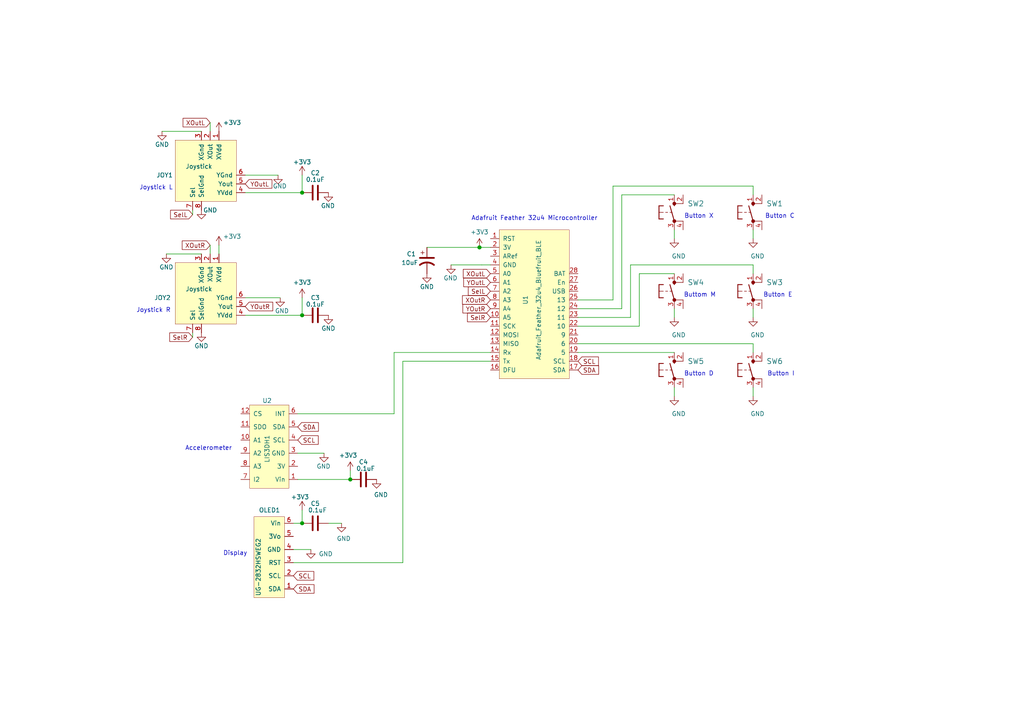
<source format=kicad_sch>
(kicad_sch (version 20200828) (generator eeschema)
  (page 1 1)
  (paper "A4")
  (title_block (title "Stardew Valley Game Controller") (date "2020-12-18") (rev "v1") (company "Pranavi Boyalakuntla") (comment 2 "to play the Stardew Valley game.") (comment 3 "HID board to make using your computer more tactile and interactive. Specifically designed "))
  (lib_symbols
    (symbol "Device:C" (pin_numbers hide) (pin_names (offset 0.254))
      (property "Reference" "C" (at 0.635 2.54 0))
      (property "Value" "C" (at 0.635 -2.54 0))
      (symbol "C_0_1"
        (polyline (pts (xy -2.032 -0.762) (xy 2.032 -0.762)) (stroke (width 0.508)))
        (polyline (pts (xy -2.032 0.762) (xy 2.032 0.762)) (stroke (width 0.508)))
      )
      (symbol "C_1_1"
        (pin passive line (at 0 3.81 270) (length 2.794) (name "~") (number "1"))
        (pin passive line (at 0 -3.81 90) (length 2.794) (name "~") (number "2"))
      )
    )
    (symbol "Device:CP1" (pin_numbers hide) (pin_names (offset 0.254) hide)
      (property "Reference" "C" (at 0.635 2.54 0))
      (property "Value" "CP1" (at 0.635 -2.54 0))
      (symbol "CP1_0_1"
        (arc (start -2.032 -1.27) (end 2.032 -1.27) (radius (at 0 -3.81) (length 3.2512) (angles 128.7 51.3)) (stroke (width 0.508)))
        (polyline (pts (xy -2.032 0.762) (xy 2.032 0.762)) (stroke (width 0.508)))
        (polyline (pts (xy -1.778 2.286) (xy -0.762 2.286)))
        (polyline (pts (xy -1.27 1.778) (xy -1.27 2.794)))
      )
      (symbol "CP1_1_1"
        (pin passive line (at 0 3.81 270) (length 2.794) (name "~") (number "1"))
        (pin passive line (at 0 -3.81 90) (length 3.302) (name "~") (number "2"))
      )
    )
    (symbol "Game_Controllers:40-XX-ROUND_1"
      (property "Reference" "S" (at -6.35 -2.54 90))
      (property "Value" "40-XX-ROUND_1" (at -3.81 3.175 90))
      (symbol "40-XX-ROUND_1_1_0"
        (circle (center 0 -2.54) (radius 0.127) (stroke (width 0.4064)))
        (circle (center 0 2.54) (radius 0.127) (stroke (width 0.4064)))
        (polyline (pts (xy 0 1.905) (xy 0 2.54)) (stroke (width 0.254)))
        (polyline (pts (xy -4.445 1.905) (xy -3.175 1.905)) (stroke (width 0.254)))
        (polyline (pts (xy -4.445 -1.905) (xy -3.175 -1.905)) (stroke (width 0.254)))
        (polyline (pts (xy -4.445 1.905) (xy -4.445 0)) (stroke (width 0.254)))
        (polyline (pts (xy -4.445 0) (xy -4.445 -1.905)) (stroke (width 0.254)))
        (polyline (pts (xy -2.54 0) (xy -1.905 0)) (stroke (width 0.1524)))
        (polyline (pts (xy -1.27 0) (xy -0.635 0)) (stroke (width 0.1524)))
        (polyline (pts (xy -4.445 0) (xy -3.175 0)) (stroke (width 0.1524)))
        (polyline (pts (xy 2.54 2.54) (xy 0 2.54)) (stroke (width 0.1524)))
        (polyline (pts (xy 2.54 -2.54) (xy 0 -2.54)) (stroke (width 0.1524)))
        (polyline (pts (xy 0 -2.54) (xy -1.27 1.905)) (stroke (width 0.254)))
        (pin passive line (at 0 -5.08 90) (length 2.54) (name "P") (number "3"))
        (pin passive line (at 0 5.08 270) (length 2.54) (name "S") (number "1"))
        (pin passive line (at 2.54 5.08 270) (length 2.54) (name "S1") (number "2"))
        (pin passive line (at 2.54 -5.08 90) (length 2.54) (name "P1") (number "4"))
      )
    )
    (symbol "Game_Controllers:Accelerometer" (pin_names (offset 1.016))
      (property "Reference" "LIS3DH" (at 0 0 90))
      (property "Value" "Accelerometer" (at 0 13.97 0))
      (symbol "Accelerometer_0_1"
        (rectangle (start -6.35 11.43) (end 5.08 -12.7) (stroke (width 0.001)) (fill (type background)))
      )
      (symbol "Accelerometer_1_1"
        (pin bidirectional line (at -8.89 8.89 0) (length 2.54) (name "Vin") (number "1"))
        (pin bidirectional line (at -8.89 5.08 0) (length 2.54) (name "3V") (number "2"))
        (pin bidirectional line (at -8.89 1.27 0) (length 2.54) (name "GND") (number "3"))
        (pin bidirectional line (at -8.89 -2.54 0) (length 2.54) (name "SCL") (number "4"))
        (pin bidirectional line (at -8.89 -6.35 0) (length 2.54) (name "SDA") (number "5"))
        (pin bidirectional line (at -8.89 -10.16 0) (length 2.54) (name "INT") (number "6"))
        (pin bidirectional line (at 7.62 8.89 180) (length 2.54) (name "I2") (number "7"))
        (pin bidirectional line (at 7.62 5.08 180) (length 2.54) (name "A3") (number "8"))
        (pin bidirectional line (at 7.62 1.27 180) (length 2.54) (name "A2") (number "9"))
        (pin bidirectional line (at 7.62 -2.54 180) (length 2.54) (name "A1") (number "10"))
        (pin bidirectional line (at 7.62 -6.35 180) (length 2.54) (name "SDO") (number "11"))
        (pin bidirectional line (at 7.62 -10.16 180) (length 2.54) (name "CS") (number "12"))
      )
    )
    (symbol "Game_Controllers:Adafruit_Feather_32u4_Bluefruit_LE" (pin_names (offset 1.016))
      (property "Reference" "Microcontroller" (at -2.54 7.62 90))
      (property "Value" "Adafruit_Feather_32u4_Bluefruit_LE" (at -5.08 7.62 90))
      (symbol "Adafruit_Feather_32u4_Bluefruit_LE_0_1"
        (rectangle (start -15.24 27.94) (end 5.08 -15.24) (stroke (width 0.001)) (fill (type background)))
      )
      (symbol "Adafruit_Feather_32u4_Bluefruit_LE_1_1"
        (pin bidirectional line (at 7.62 15.24 180) (length 2.54) (name "BAT") (number "28"))
        (pin bidirectional line (at 7.62 12.7 180) (length 2.54) (name "En") (number "27"))
        (pin bidirectional line (at 7.62 10.16 180) (length 2.54) (name "USB") (number "26"))
        (pin bidirectional line (at 7.62 7.62 180) (length 2.54) (name "13") (number "25"))
        (pin bidirectional line (at 7.62 5.08 180) (length 2.54) (name "12") (number "24"))
        (pin bidirectional line (at 7.62 2.54 180) (length 2.54) (name "11") (number "23"))
        (pin bidirectional line (at 7.62 0 180) (length 2.54) (name "10") (number "22"))
        (pin bidirectional line (at 7.62 -2.54 180) (length 2.54) (name "9") (number "21"))
        (pin bidirectional line (at 7.62 -5.08 180) (length 2.54) (name "6") (number "20"))
        (pin bidirectional line (at 7.62 -7.62 180) (length 2.54) (name "5") (number "19"))
        (pin bidirectional line (at 7.62 -10.16 180) (length 2.54) (name "SCL") (number "18"))
        (pin bidirectional line (at 7.62 -12.7 180) (length 2.54) (name "SDA") (number "17"))
        (pin bidirectional line (at -17.78 -12.7 0) (length 2.54) (name "DFU") (number "16"))
        (pin bidirectional line (at -17.78 -10.16 0) (length 2.54) (name "Tx") (number "15"))
        (pin bidirectional line (at -17.78 -7.62 0) (length 2.54) (name "Rx") (number "14"))
        (pin bidirectional line (at -17.78 -5.08 0) (length 2.54) (name "MISO") (number "13"))
        (pin bidirectional line (at -17.78 -2.54 0) (length 2.54) (name "MOSI") (number "12"))
        (pin bidirectional line (at -17.78 0 0) (length 2.54) (name "SCK") (number "11"))
        (pin bidirectional line (at -17.78 2.54 0) (length 2.54) (name "A5") (number "10"))
        (pin bidirectional line (at -17.78 5.08 0) (length 2.54) (name "A4") (number "9"))
        (pin bidirectional line (at -17.78 7.62 0) (length 2.54) (name "A3") (number "8"))
        (pin bidirectional line (at -17.78 10.16 0) (length 2.54) (name "A2") (number "7"))
        (pin bidirectional line (at -17.78 12.7 0) (length 2.54) (name "A1") (number "6"))
        (pin bidirectional line (at -17.78 15.24 0) (length 2.54) (name "A0") (number "5"))
        (pin bidirectional line (at -17.78 17.78 0) (length 2.54) (name "GND") (number "4"))
        (pin bidirectional line (at -17.78 20.32 0) (length 2.54) (name "ARef") (number "3"))
        (pin bidirectional line (at -17.78 22.86 0) (length 2.54) (name "3V") (number "2"))
        (pin bidirectional line (at -17.78 25.4 0) (length 2.54) (name "RST") (number "1"))
      )
    )
    (symbol "Game_Controllers:Display" (pin_names (offset 1.016))
      (property "Reference" "UG-2832HSWEG02" (at 3.81 3.81 90))
      (property "Value" "Display" (at 0 17.78 0))
      (symbol "Display_0_1"
        (rectangle (start -2.54 13.97) (end 6.35 -9.525) (stroke (width 0.001)) (fill (type background)))
      )
      (symbol "Display_1_1"
        (pin bidirectional line (at -5.08 11.43 0) (length 2.54) (name "SDA") (number "1"))
        (pin bidirectional line (at -5.08 7.62 0) (length 2.54) (name "SCL") (number "2"))
        (pin bidirectional line (at -5.08 3.81 0) (length 2.54) (name "RST") (number "3"))
        (pin bidirectional line (at -5.08 0 0) (length 2.54) (name "GND") (number "4"))
        (pin bidirectional line (at -5.08 -3.81 0) (length 2.54) (name "3Vo") (number "5"))
        (pin bidirectional line (at -5.08 -7.62 0) (length 2.54) (name "Vin") (number "6"))
      )
    )
    (symbol "Game_Controllers:Joystick_1" (pin_names (offset 1.016))
      (property "Reference" "Adafruit:512" (at -2.54 -2.54 0))
      (property "Value" "Joystick" (at 0 22.86 0))
      (symbol "Joystick_1_0_1"
        (rectangle (start -10.16 10.16) (end 7.62 -7.62) (stroke (width 0.001)) (fill (type background)))
      )
      (symbol "Joystick_1_1_1"
        (pin bidirectional line (at -12.7 5.08 0) (length 2.54) (name "XVdd") (number "1"))
        (pin bidirectional line (at -12.7 2.54 0) (length 2.54) (name "XOut") (number "2"))
        (pin bidirectional line (at -12.7 0 0) (length 2.54) (name "XGnd") (number "3"))
        (pin bidirectional line (at 5.08 12.7 270) (length 2.54) (name "YVdd") (number "4"))
        (pin bidirectional line (at 2.54 12.7 270) (length 2.54) (name "Yout") (number "5"))
        (pin bidirectional line (at 0 12.7 270) (length 2.54) (name "YGnd") (number "6"))
        (pin bidirectional line (at 10.16 -2.54 180) (length 2.54) (name "Sel") (number "7"))
        (pin bidirectional line (at 10.16 0 180) (length 2.54) (name "SelGnd") (number "8"))
      )
    )
    (symbol "Game_Controllers:Joystick_2" (pin_names (offset 1.016))
      (property "Reference" "Adafruit:512" (at -2.54 -2.54 0))
      (property "Value" "Joystick" (at 0 22.86 0))
      (symbol "Joystick_2_0_1"
        (rectangle (start -10.16 10.16) (end 7.62 -7.62) (stroke (width 0.001)) (fill (type background)))
      )
      (symbol "Joystick_2_1_1"
        (pin bidirectional line (at -12.7 5.08 0) (length 2.54) (name "XVdd") (number "1"))
        (pin bidirectional line (at -12.7 2.54 0) (length 2.54) (name "XOut") (number "2"))
        (pin bidirectional line (at -12.7 0 0) (length 2.54) (name "XGnd") (number "3"))
        (pin bidirectional line (at 5.08 12.7 270) (length 2.54) (name "YVdd") (number "4"))
        (pin bidirectional line (at 2.54 12.7 270) (length 2.54) (name "Yout") (number "5"))
        (pin bidirectional line (at 0 12.7 270) (length 2.54) (name "YGnd") (number "6"))
        (pin bidirectional line (at 10.16 -2.54 180) (length 2.54) (name "Sel") (number "7"))
        (pin bidirectional line (at 10.16 0 180) (length 2.54) (name "SelGnd") (number "8"))
      )
    )
    (symbol "power:+3.3V" (power) (pin_names (offset 0))
      (property "Value" "+3.3V" (at 0 3.556 0))
      (symbol "+3.3V_0_1"
        (polyline (pts (xy -0.762 1.27) (xy 0 2.54)))
        (polyline (pts (xy 0 0) (xy 0 2.54)))
        (polyline (pts (xy 0 2.54) (xy 0.762 1.27)))
      )
      (symbol "+3.3V_1_1"
        (pin power_in line (at 0 0 90) (length 0) hide (name "+3V3") (number "1"))
      )
    )
    (symbol "power:GND" (power) (pin_names (offset 0))
      (property "Value" "GND" (at 0 -3.81 0))
      (symbol "GND_0_1"
        (polyline (pts (xy 0 0) (xy 0 -1.27) (xy 1.27 -1.27) (xy 0 -2.54) (xy -1.27 -1.27) (xy 0 -1.27)))
      )
      (symbol "GND_1_1"
        (pin power_in line (at 0 0 270) (length 0) hide (name "GND") (number "1"))
      )
    )
  )
  (junction (at 87.63 55.88) (diameter 1.016))
  (junction (at 87.63 91.44) (diameter 1.016))
  (junction (at 87.63 151.765) (diameter 1.016))
  (junction (at 101.6 139.065) (diameter 1.016))
  (junction (at 139.065 71.755) (diameter 1.016))
  (wire (pts (xy 48.26 73.66) (xy 58.42 73.66)))
  (wire (pts (xy 55.88 60.96) (xy 55.88 62.23)))
  (wire (pts (xy 55.88 96.52) (xy 55.88 97.79)))
  (wire (pts (xy 58.42 38.1) (xy 46.99 38.1)))
  (wire (pts (xy 60.96 35.56) (xy 60.96 38.1)))
  (wire (pts (xy 60.96 71.12) (xy 60.96 73.66)))
  (wire (pts (xy 63.5 71.12) (xy 63.5 73.66)))
  (wire (pts (xy 71.12 50.8) (xy 80.645 50.8)))
  (wire (pts (xy 71.12 55.88) (xy 87.63 55.88)))
  (wire (pts (xy 71.12 86.36) (xy 81.28 86.36)))
  (wire (pts (xy 71.12 91.44) (xy 87.63 91.44)))
  (wire (pts (xy 85.09 151.765) (xy 87.63 151.765)))
  (wire (pts (xy 85.09 159.385) (xy 90.17 159.385)))
  (wire (pts (xy 85.09 163.195) (xy 116.84 163.195)))
  (wire (pts (xy 86.36 120.015) (xy 114.3 120.015)))
  (wire (pts (xy 86.36 131.445) (xy 93.98 131.445)))
  (wire (pts (xy 86.36 139.065) (xy 101.6 139.065)))
  (wire (pts (xy 87.63 50.8) (xy 87.63 55.88)))
  (wire (pts (xy 87.63 86.36) (xy 87.63 91.44)))
  (wire (pts (xy 87.63 147.955) (xy 87.63 151.765)))
  (wire (pts (xy 95.25 151.765) (xy 99.06 151.765)))
  (wire (pts (xy 101.6 136.525) (xy 101.6 139.065)))
  (wire (pts (xy 114.3 102.235) (xy 114.3 120.015)))
  (wire (pts (xy 114.3 102.235) (xy 142.24 102.235)))
  (wire (pts (xy 116.84 104.775) (xy 116.84 163.195)))
  (wire (pts (xy 116.84 104.775) (xy 142.24 104.775)))
  (wire (pts (xy 123.825 71.755) (xy 139.065 71.755)))
  (wire (pts (xy 130.81 76.835) (xy 139.7 76.835)))
  (wire (pts (xy 139.065 71.755) (xy 142.24 71.755)))
  (wire (pts (xy 139.7 76.835) (xy 142.24 76.835)))
  (wire (pts (xy 167.64 86.995) (xy 177.8 86.995)))
  (wire (pts (xy 167.64 89.535) (xy 180.34 89.535)))
  (wire (pts (xy 167.64 92.075) (xy 182.88 92.075)))
  (wire (pts (xy 167.64 94.615) (xy 185.42 94.615)))
  (wire (pts (xy 167.64 99.695) (xy 218.44 99.695)))
  (wire (pts (xy 167.64 102.235) (xy 195.58 102.235)))
  (wire (pts (xy 177.8 53.975) (xy 218.44 53.975)))
  (wire (pts (xy 177.8 86.995) (xy 177.8 53.975)))
  (wire (pts (xy 180.34 56.515) (xy 195.58 56.515)))
  (wire (pts (xy 180.34 89.535) (xy 180.34 56.515)))
  (wire (pts (xy 182.88 76.835) (xy 218.44 76.835)))
  (wire (pts (xy 182.88 92.075) (xy 182.88 76.835)))
  (wire (pts (xy 185.42 79.375) (xy 195.58 79.375)))
  (wire (pts (xy 185.42 94.615) (xy 185.42 79.375)))
  (wire (pts (xy 195.58 66.675) (xy 195.58 69.215)))
  (wire (pts (xy 195.58 89.535) (xy 195.58 92.075)))
  (wire (pts (xy 195.58 112.395) (xy 195.58 114.935)))
  (wire (pts (xy 218.44 53.975) (xy 218.44 56.515)))
  (wire (pts (xy 218.44 66.675) (xy 218.44 69.215)))
  (wire (pts (xy 218.44 76.835) (xy 218.44 79.375)))
  (wire (pts (xy 218.44 89.535) (xy 218.44 92.075)))
  (wire (pts (xy 218.44 99.695) (xy 218.44 102.235)))
  (wire (pts (xy 218.44 112.395) (xy 218.44 114.935)))
  (text "Joystick R" (at 49.53 90.805 180) (effects (font (size 1.27 1.27)) (justify right bottom)))
  (text "Joystick L" (at 50.165 55.245 180) (effects (font (size 1.27 1.27)) (justify right bottom)))
  (text "Accelerometer" (at 67.31 130.81 180) (effects (font (size 1.27 1.27)) (justify right bottom)))
  (text "Display" (at 71.755 161.29 180) (effects (font (size 1.27 1.27)) (justify right bottom)))
  (text "Adafruit Feather 32u4 Microcontroller" (at 173.355 64.135 180) (effects (font (size 1.27 1.27)) (justify right bottom)))
  (text "Button X" (at 207.01 63.5 180) (effects (font (size 1.27 1.27)) (justify right bottom)))
  (text "Button D" (at 207.01 109.22 180) (effects (font (size 1.27 1.27)) (justify right bottom)))
  (text "Buttom M" (at 207.645 86.36 180) (effects (font (size 1.27 1.27)) (justify right bottom)))
  (text "Button E" (at 229.87 86.36 180) (effects (font (size 1.27 1.27)) (justify right bottom)))
  (text "Button C" (at 230.505 63.5 180) (effects (font (size 1.27 1.27)) (justify right bottom)))
  (text "Button I" (at 230.505 109.22 180) (effects (font (size 1.27 1.27)) (justify right bottom)))
  (global_label "SelL" (shape input) (at 55.88 62.23 180))
  (global_label "SelR" (shape input) (at 55.88 97.79 180))
  (global_label "XOutL" (shape input) (at 60.96 35.56 180))
  (global_label "XOutR" (shape input) (at 60.96 71.12 180))
  (global_label "YOutL" (shape input) (at 71.12 53.34 0))
  (global_label "YOutR" (shape input) (at 71.12 88.9 0))
  (global_label "SCL" (shape input) (at 85.09 167.005 0))
  (global_label "SDA" (shape input) (at 85.09 170.815 0))
  (global_label "SDA" (shape input) (at 86.36 123.825 0))
  (global_label "SCL" (shape input) (at 86.36 127.635 0))
  (global_label "XOutL" (shape input) (at 142.24 79.375 180))
  (global_label "YOutL" (shape input) (at 142.24 81.915 180))
  (global_label "SelL" (shape input) (at 142.24 84.455 180))
  (global_label "XOutR" (shape input) (at 142.24 86.995 180))
  (global_label "YOutR" (shape input) (at 142.24 89.535 180))
  (global_label "SelR" (shape input) (at 142.24 92.075 180))
  (global_label "SCL" (shape input) (at 167.64 104.775 0))
  (global_label "SDA" (shape input) (at 167.64 107.315 0))
  (symbol (lib_id "power:+3.3V") (at 63.5 38.1 0) (unit 1)
    (property "Reference" "#PWR0118" (effects hide))
    (property "Value" "+3.3V" (at 67.31 35.56 0))
  )
  (symbol (lib_id "power:+3.3V") (at 63.5 71.12 0) (unit 1)
    (property "Reference" "#PWR0119" (effects hide))
    (property "Value" "+3.3V" (at 67.31 68.58 0))
  )
  (symbol (lib_id "power:+3.3V") (at 87.63 50.8 0) (unit 1)
    (property "Reference" "#PWR0117" (effects hide))
    (property "Value" "+3.3V" (at 87.63 46.99 0))
  )
  (symbol (lib_id "power:+3.3V") (at 87.63 86.36 0) (unit 1)
    (property "Reference" "#PWR0120" (effects hide))
    (property "Value" "+3.3V" (at 87.63 81.915 0))
  )
  (symbol (lib_id "power:+3.3V") (at 87.63 147.955 0) (unit 1)
    (property "Reference" "#PWR0121" (effects hide))
    (property "Value" "+3.3V" (at 86.995 144.145 0))
  )
  (symbol (lib_id "power:+3.3V") (at 101.6 136.525 0) (unit 1)
    (property "Reference" "#PWR0122" (effects hide))
    (property "Value" "+3.3V" (at 100.965 132.08 0))
  )
  (symbol (lib_id "power:+3.3V") (at 139.065 71.755 0) (unit 1)
    (property "Reference" "#PWR0116" (effects hide))
    (property "Value" "+3.3V" (at 139.065 67.31 0))
  )
  (symbol (lib_id "power:GND") (at 46.99 38.1 0) (unit 1)
    (property "Reference" "#PWR0102" (effects hide))
    (property "Value" "GND" (at 46.99 41.91 0))
  )
  (symbol (lib_id "power:GND") (at 48.26 73.66 0) (unit 1)
    (property "Reference" "#PWR0111" (effects hide))
    (property "Value" "GND" (at 48.26 77.47 0))
  )
  (symbol (lib_id "power:GND") (at 58.42 60.96 0) (unit 1)
    (property "Reference" "#PWR0103" (effects hide))
    (property "Value" "GND" (at 60.96 60.96 0))
  )
  (symbol (lib_id "power:GND") (at 58.42 96.52 0) (unit 1)
    (property "Reference" "#PWR0112" (effects hide))
    (property "Value" "GND" (at 58.42 100.33 0))
  )
  (symbol (lib_id "power:GND") (at 80.645 50.8 0) (unit 1)
    (property "Reference" "#PWR0109" (effects hide))
    (property "Value" "GND" (at 83.185 53.975 0) (effects (justify right)))
  )
  (symbol (lib_id "power:GND") (at 81.28 86.36 0) (unit 1)
    (property "Reference" "#PWR0113" (effects hide))
    (property "Value" "GND" (at 83.82 90.17 0) (effects (justify right)))
  )
  (symbol (lib_id "power:GND") (at 90.17 159.385 0) (unit 1)
    (property "Reference" "#PWR0115" (effects hide))
    (property "Value" "GND" (at 96.52 160.655 0) (effects (justify right)))
  )
  (symbol (lib_id "power:GND") (at 93.98 131.445 0) (unit 1)
    (property "Reference" "#PWR0114" (effects hide))
    (property "Value" "GND" (at 95.885 135.255 0) (effects (justify right)))
  )
  (symbol (lib_id "power:GND") (at 95.25 55.88 0) (unit 1)
    (property "Reference" "#PWR0126" (effects hide))
    (property "Value" "GND" (at 97.155 59.69 0) (effects (justify right)))
  )
  (symbol (lib_id "power:GND") (at 95.25 91.44 0) (unit 1)
    (property "Reference" "#PWR0125" (effects hide))
    (property "Value" "GND" (at 95.25 95.25 0))
  )
  (symbol (lib_id "power:GND") (at 99.06 151.765 0) (unit 1)
    (property "Reference" "#PWR0123" (effects hide))
    (property "Value" "GND" (at 99.695 156.21 0))
  )
  (symbol (lib_id "power:GND") (at 109.22 139.065 0) (unit 1)
    (property "Reference" "#PWR0124" (effects hide))
    (property "Value" "GND" (at 110.49 143.51 0))
  )
  (symbol (lib_id "power:GND") (at 123.825 79.375 0) (unit 1)
    (property "Reference" "#PWR0127" (effects hide))
    (property "Value" "GND" (at 123.825 83.185 0))
  )
  (symbol (lib_id "power:GND") (at 130.81 76.835 0) (unit 1)
    (property "Reference" "#PWR0110" (effects hide))
    (property "Value" "GND" (at 132.715 80.645 0) (effects (justify right)))
  )
  (symbol (lib_id "power:GND") (at 195.58 69.215 0) (unit 1)
    (property "Reference" "#PWR0105" (effects hide))
    (property "Value" "GND" (at 196.85 74.295 0))
  )
  (symbol (lib_id "power:GND") (at 195.58 92.075 0) (unit 1)
    (property "Reference" "#PWR0104" (effects hide))
    (property "Value" "GND" (at 196.85 97.155 0))
  )
  (symbol (lib_id "power:GND") (at 195.58 114.935 0) (unit 1)
    (property "Reference" "#PWR0106" (effects hide))
    (property "Value" "GND" (at 196.85 120.015 0))
  )
  (symbol (lib_id "power:GND") (at 218.44 69.215 0) (unit 1)
    (property "Reference" "#PWR0107" (effects hide))
    (property "Value" "GND" (at 219.71 74.295 0))
  )
  (symbol (lib_id "power:GND") (at 218.44 92.075 0) (unit 1)
    (property "Reference" "#PWR0108" (effects hide))
    (property "Value" "GND" (at 219.71 97.155 0))
  )
  (symbol (lib_id "power:GND") (at 218.44 114.935 0) (unit 1)
    (property "Reference" "#PWR0101" (effects hide))
    (property "Value" "GND" (at 219.71 120.015 0))
  )
  (symbol (lib_id "Device:C") (at 91.44 55.88 270) (unit 1)
    (property "Reference" "C2" (at 91.44 50.165 90))
    (property "Value" "0.1uF" (at 91.44 52.07 90))
    (property "Footprint" "Capacitor_THT:C_Rect_L4.0mm_W2.5mm_P2.50mm" (effects hide))
  )
  (symbol (lib_id "Device:C") (at 91.44 91.44 90) (unit 1)
    (property "Reference" "C3" (at 91.44 86.36 90))
    (property "Value" "0.1uF" (at 91.44 88.265 90))
    (property "Footprint" "Capacitor_THT:C_Rect_L4.0mm_W2.5mm_P2.50mm" (effects hide))
  )
  (symbol (lib_id "Device:C") (at 91.44 151.765 90) (unit 1)
    (property "Reference" "C5" (at 91.44 146.05 90))
    (property "Value" "0.1uF" (at 92.075 147.955 90))
    (property "Footprint" "Capacitor_THT:C_Rect_L4.0mm_W2.5mm_P2.50mm" (effects hide))
  )
  (symbol (lib_id "Device:C") (at 105.41 139.065 90) (unit 1)
    (property "Reference" "C4" (at 105.41 133.985 90))
    (property "Value" "0.1uF" (at 106.045 135.89 90))
    (property "Footprint" "Capacitor_THT:C_Rect_L4.0mm_W2.5mm_P2.50mm" (effects hide))
  )
  (symbol (lib_id "Device:CP1") (at 123.825 75.565 0) (unit 1)
    (property "Reference" "C1" (at 120.65 73.66 0) (effects (justify right)))
    (property "Value" "10uF" (at 121.285 76.2 0) (effects (justify right)))
    (property "Footprint" "Capacitor_THT:CP_Radial_D5.0mm_P2.50mm" (effects hide))
  )
  (symbol (lib_id "Game_Controllers:40-XX-ROUND_1") (at 195.58 61.595 0) (unit 1)
    (property "Reference" "SW2" (at 199.39 59.055 0) (effects (font (size 1.511 1.511)) (justify left)))
    (property "Value" "B3F-1" (effects hide))
    (property "Footprint" "Game_Controller:B3F-40XX" (effects hide))
    (property "Datasheet" "Adafruit:1009" (effects hide))
  )
  (symbol (lib_id "Game_Controllers:40-XX-ROUND_1") (at 195.58 84.455 0) (unit 1)
    (property "Reference" "SW4" (at 199.39 81.915 0) (effects (font (size 1.511 1.511)) (justify left)))
    (property "Value" "B3F-1" (effects hide))
    (property "Footprint" "Game_Controller:B3F-40XX" (effects hide))
    (property "Datasheet" "Adafruit:1009" (effects hide))
  )
  (symbol (lib_id "Game_Controllers:40-XX-ROUND_1") (at 195.58 107.315 0) (unit 1)
    (property "Reference" "SW5" (at 199.39 104.775 0) (effects (font (size 1.511 1.511)) (justify left)))
    (property "Value" "B3F-1" (effects hide))
    (property "Footprint" "Game_Controller:B3F-40XX" (effects hide))
    (property "Datasheet" "Adafruit:1009" (effects hide))
  )
  (symbol (lib_id "Game_Controllers:40-XX-ROUND_1") (at 218.44 61.595 0) (unit 1)
    (property "Reference" "SW1" (at 222.25 59.055 0) (effects (font (size 1.511 1.511)) (justify left)))
    (property "Value" "B3F-1" (effects hide))
    (property "Footprint" "Game_Controller:B3F-40XX" (effects hide))
    (property "Datasheet" "Adafruit:1009" (effects hide))
  )
  (symbol (lib_id "Game_Controllers:40-XX-ROUND_1") (at 218.44 84.455 0) (unit 1)
    (property "Reference" "SW3" (at 222.25 81.915 0) (effects (font (size 1.511 1.511)) (justify left)))
    (property "Value" "B3F-1" (effects hide))
    (property "Footprint" "Game_Controller:B3F-40XX" (effects hide))
    (property "Datasheet" "Adafruit:1009" (effects hide))
  )
  (symbol (lib_id "Game_Controllers:40-XX-ROUND_1") (at 218.44 107.315 0) (unit 1)
    (property "Reference" "SW6" (at 222.25 104.775 0) (effects (font (size 1.511 1.511)) (justify left)))
    (property "Value" "B3F-1" (effects hide))
    (property "Footprint" "Game_Controller:B3F-40XX" (effects hide))
    (property "Datasheet" "Adafruit:1009" (effects hide))
  )
  (symbol (lib_id "Game_Controllers:Display") (at 80.01 159.385 180) (unit 1)
    (property "Reference" "OLED1" (at 81.28 147.955 0) (effects (justify left)))
    (property "Value" "UG-2832HSWEG2" (at 74.93 164.465 90))
    (property "Footprint" "Game_Controller:OLED" (effects hide))
    (property "Datasheet" "Adafruit:4440" (effects hide))
  )
  (symbol (lib_id "Game_Controllers:Accelerometer") (at 77.47 130.175 180) (unit 1)
    (property "Reference" "U2" (at 77.47 116.205 0))
    (property "Value" "LIS3DH1" (at 77.47 130.175 90))
    (property "Footprint" "Game_Controller:Accelerometer" (effects hide))
    (property "Datasheet" "Adafruit:2809" (effects hide))
  )
  (symbol (lib_name "Game_Controllers:Joystick_2") (lib_id "Game_Controllers:Joystick") (at 58.42 50.8 270) (unit 1)
    (property "Reference" "JOY1" (at 50.165 50.8 90) (effects (justify right)))
    (property "Value" "Joystick" (at 61.595 48.26 90) (effects (justify right)))
    (property "Footprint" "Game_Controller:JOYSTICK" (effects hide))
    (property "Datasheet" "Adafruit:512" (effects hide))
  )
  (symbol (lib_name "Game_Controllers:Joystick_1") (lib_id "Game_Controllers:Joystick") (at 58.42 86.36 270) (unit 1)
    (property "Reference" "JOY2" (at 49.53 86.36 90) (effects (justify right)))
    (property "Value" "Joystick" (at 61.595 83.82 90) (effects (justify right)))
    (property "Footprint" "Game_Controller:JOYSTICK" (effects hide))
    (property "Datasheet" "Adafruit:512" (effects hide))
  )
  (symbol (lib_id "Game_Controllers:Adafruit_Feather_32u4_Bluefruit_LE") (at 160.02 94.615 0) (unit 1)
    (property "Reference" "U1" (at 152.4 86.995 90))
    (property "Value" "Adafruit_Feather_32u4_Bluefruit_BLE" (at 156.21 86.995 90))
    (property "Footprint" "Game_Controller:FEATHERWING_DIM" (effects hide))
    (property "Datasheet" "Adafruit:2829" (effects hide))
  )
)
</source>
